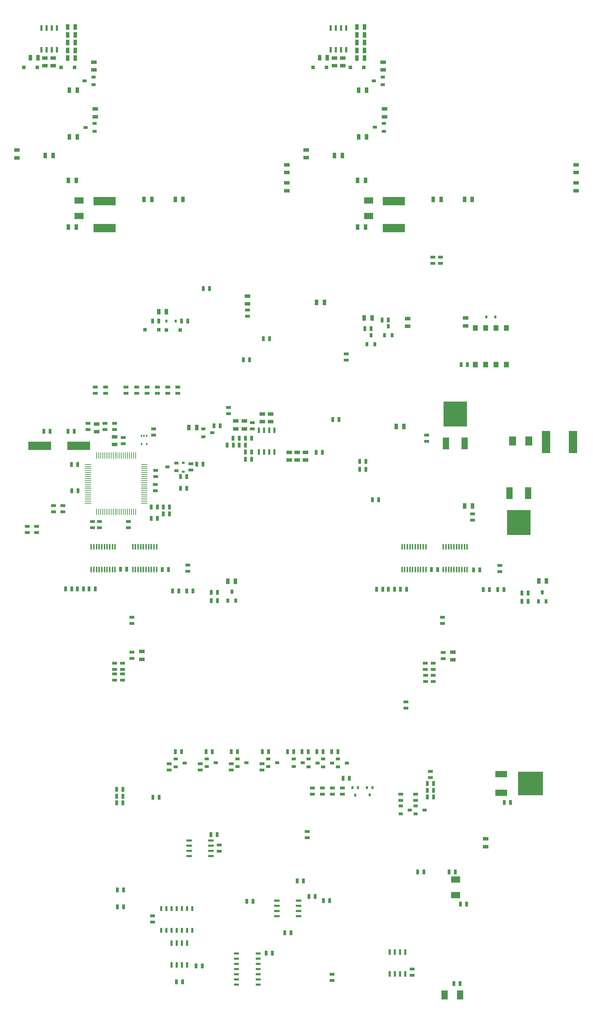
<source format=gtp>
G04 (created by PCBNEW (2013-07-07 BZR 4022)-stable) date 14/04/2014 03:28:28*
%MOIN*%
G04 Gerber Fmt 3.4, Leading zero omitted, Abs format*
%FSLAX34Y34*%
G01*
G70*
G90*
G04 APERTURE LIST*
%ADD10C,0.00590551*%
%ADD11R,0.055X0.035*%
%ADD12R,0.035X0.055*%
%ADD13R,0.0394X0.0315*%
%ADD14R,0.212598X0.0787402*%
%ADD15R,0.0866X0.063*%
%ADD16R,0.0236X0.0551*%
%ADD17R,0.0335X0.0335*%
%ADD18R,0.019685X0.0275591*%
%ADD19R,0.0551X0.0236*%
%ADD20R,0.025X0.045*%
%ADD21R,0.045X0.025*%
%ADD22R,0.02X0.045*%
%ADD23R,0.045X0.02*%
%ADD24R,0.0787402X0.212598*%
%ADD25R,0.063X0.0866*%
%ADD26R,0.0709X0.0866*%
%ADD27R,0.0165X0.0579*%
%ADD28R,0.012X0.02*%
%ADD29R,0.0110236X0.0590551*%
%ADD30R,0.0590551X0.0110236*%
%ADD31R,0.228X0.244*%
%ADD32R,0.063X0.118*%
%ADD33R,0.244X0.228*%
%ADD34R,0.118X0.063*%
%ADD35R,0.027X0.024*%
%ADD36R,0.22X0.083*%
%ADD37R,0.0315X0.0394*%
%ADD38R,0.0472441X0.0551181*%
%ADD39R,0.024X0.027*%
G04 APERTURE END LIST*
G54D10*
G54D11*
X7855Y-5135D03*
X7855Y-4385D03*
G54D12*
X5390Y-20300D03*
X6140Y-20300D03*
X5390Y-15800D03*
X6140Y-15800D03*
X5490Y-11580D03*
X6240Y-11580D03*
G54D11*
X7965Y-9645D03*
X7965Y-8895D03*
G54D12*
X5490Y-7080D03*
X6240Y-7080D03*
G54D13*
X7032Y-10670D03*
X7898Y-10295D03*
X7898Y-11045D03*
G54D14*
X8865Y-20399D03*
X8865Y-17800D03*
G54D15*
X6425Y-19208D03*
X6425Y-17712D03*
G54D12*
X16450Y-17620D03*
X15700Y-17620D03*
G54D11*
X3125Y-4725D03*
X3125Y-3975D03*
G54D12*
X12680Y-17620D03*
X13430Y-17620D03*
X6050Y-3250D03*
X5300Y-3250D03*
X1700Y-3950D03*
X2450Y-3950D03*
X5300Y-4000D03*
X6050Y-4000D03*
G54D11*
X3925Y-4725D03*
X3925Y-3975D03*
G54D12*
X3900Y-13400D03*
X3150Y-13400D03*
X5300Y-1000D03*
X6050Y-1000D03*
X5300Y-1750D03*
X6050Y-1750D03*
X5300Y-2500D03*
X6050Y-2500D03*
G54D11*
X415Y-13605D03*
X415Y-12855D03*
X26465Y-16775D03*
X26465Y-16025D03*
X26465Y-14275D03*
X26465Y-15025D03*
G54D16*
X4275Y-3200D03*
X4275Y-1100D03*
X3775Y-3200D03*
X3275Y-3200D03*
X2775Y-3200D03*
X3775Y-1100D03*
X3275Y-1100D03*
X2775Y-1100D03*
G54D17*
X5984Y-4900D03*
X4666Y-4900D03*
X1066Y-4900D03*
X2384Y-4900D03*
G54D13*
X6937Y-6190D03*
X7803Y-5815D03*
X7803Y-6565D03*
G54D18*
X32820Y-74364D03*
X33331Y-74364D03*
X33076Y-75073D03*
X34220Y-74344D03*
X34731Y-74344D03*
X34476Y-75053D03*
G54D19*
X27626Y-85238D03*
X25526Y-85238D03*
X27626Y-85738D03*
X27626Y-86238D03*
X27626Y-86738D03*
X25526Y-85738D03*
X25526Y-86238D03*
X25526Y-86738D03*
G54D20*
X28086Y-83348D03*
X27486Y-83348D03*
X30606Y-85238D03*
X30006Y-85238D03*
X26878Y-88365D03*
X26278Y-88365D03*
X10126Y-85838D03*
X10726Y-85838D03*
X10126Y-84228D03*
X10726Y-84228D03*
X22596Y-85328D03*
X23196Y-85328D03*
X29216Y-84838D03*
X28616Y-84838D03*
X15816Y-93098D03*
X16416Y-93098D03*
X25086Y-90328D03*
X24486Y-90328D03*
X18316Y-91558D03*
X17716Y-91558D03*
G54D21*
X13516Y-87318D03*
X13516Y-86718D03*
G54D22*
X14336Y-88118D03*
X14836Y-88118D03*
X15336Y-88118D03*
X15836Y-88118D03*
X16336Y-88118D03*
X16836Y-88118D03*
X17336Y-88118D03*
X17336Y-86018D03*
X16836Y-86018D03*
X16336Y-86018D03*
X15836Y-86018D03*
X15336Y-86018D03*
X14836Y-86018D03*
X14336Y-86018D03*
G54D23*
X21616Y-90338D03*
X21616Y-90838D03*
X21616Y-91338D03*
X21616Y-91838D03*
X21616Y-92338D03*
X21616Y-92838D03*
X21616Y-93338D03*
X23716Y-93338D03*
X23716Y-92838D03*
X23716Y-92338D03*
X23716Y-91838D03*
X23716Y-91338D03*
X23716Y-90838D03*
X23716Y-90338D03*
G54D16*
X16846Y-91448D03*
X16846Y-89348D03*
X16346Y-91448D03*
X15846Y-91448D03*
X15346Y-91448D03*
X16346Y-89348D03*
X15846Y-89348D03*
X15346Y-89348D03*
G54D21*
X18096Y-72638D03*
X18096Y-72038D03*
X24076Y-72648D03*
X24076Y-72048D03*
X21096Y-72638D03*
X21096Y-72038D03*
X15126Y-72648D03*
X15126Y-72048D03*
G54D13*
X16604Y-71973D03*
X15738Y-72348D03*
X15738Y-71598D03*
X19609Y-71953D03*
X18743Y-72328D03*
X18743Y-71578D03*
X22569Y-71953D03*
X21703Y-72328D03*
X21703Y-71578D03*
X25559Y-71953D03*
X24693Y-72328D03*
X24693Y-71578D03*
G54D19*
X19131Y-79438D03*
X17031Y-79438D03*
X19131Y-79938D03*
X19131Y-80438D03*
X19131Y-80938D03*
X17031Y-79938D03*
X17031Y-80438D03*
X17031Y-80938D03*
G54D20*
X19731Y-78888D03*
X19131Y-78888D03*
G54D21*
X28436Y-78588D03*
X28436Y-79188D03*
X19931Y-80488D03*
X19931Y-79888D03*
G54D24*
X54107Y-41008D03*
X51508Y-41008D03*
G54D11*
X28292Y-42017D03*
X28292Y-42767D03*
G54D12*
X44401Y-47203D03*
X43651Y-47203D03*
G54D11*
X9856Y-40518D03*
X9856Y-41268D03*
X45676Y-79303D03*
X45676Y-80053D03*
X42496Y-61278D03*
X42496Y-62028D03*
X12491Y-61223D03*
X12491Y-61973D03*
G54D12*
X37791Y-39518D03*
X37041Y-39518D03*
X20766Y-54438D03*
X21516Y-54438D03*
G54D11*
X8096Y-40028D03*
X8096Y-39278D03*
X24894Y-38307D03*
X24894Y-39057D03*
X24107Y-39057D03*
X24107Y-38307D03*
G54D12*
X50806Y-54433D03*
X51556Y-54433D03*
G54D21*
X8916Y-39823D03*
X8916Y-39223D03*
X13791Y-45728D03*
X13791Y-45128D03*
G54D20*
X6316Y-45723D03*
X5716Y-45723D03*
X20051Y-39438D03*
X19451Y-39438D03*
X29303Y-42014D03*
X29903Y-42014D03*
G54D21*
X7271Y-39828D03*
X7271Y-39228D03*
X10676Y-41193D03*
X10676Y-40593D03*
X11166Y-48693D03*
X11166Y-49293D03*
X13796Y-44348D03*
X13796Y-43748D03*
G54D20*
X13371Y-48388D03*
X13971Y-48388D03*
X13381Y-47278D03*
X13981Y-47278D03*
X16821Y-44358D03*
X16221Y-44358D03*
X16816Y-45473D03*
X16216Y-45473D03*
G54D21*
X3936Y-47743D03*
X3936Y-47143D03*
X4846Y-47743D03*
X4846Y-47143D03*
X13601Y-40353D03*
X13601Y-39753D03*
X9856Y-39813D03*
X9856Y-39213D03*
G54D20*
X21876Y-41313D03*
X22476Y-41313D03*
G54D21*
X37486Y-75578D03*
X37486Y-74978D03*
X38916Y-75578D03*
X38916Y-74978D03*
G54D20*
X43856Y-85598D03*
X43256Y-85598D03*
X42616Y-93248D03*
X43216Y-93248D03*
G54D21*
X37960Y-66693D03*
X37960Y-66093D03*
G54D20*
X35336Y-46583D03*
X34736Y-46583D03*
X31526Y-38858D03*
X30926Y-38858D03*
G54D21*
X20846Y-37687D03*
X20846Y-38287D03*
G54D20*
X47486Y-75798D03*
X48086Y-75798D03*
G54D21*
X39984Y-40352D03*
X39984Y-40952D03*
X44416Y-47943D03*
X44416Y-48543D03*
G54D20*
X22466Y-41983D03*
X23066Y-41983D03*
X22466Y-40643D03*
X23066Y-40643D03*
X15131Y-47273D03*
X14531Y-47273D03*
X14531Y-47958D03*
X15131Y-47958D03*
X34116Y-43668D03*
X33516Y-43668D03*
X33516Y-42878D03*
X34116Y-42878D03*
X6291Y-43173D03*
X5691Y-43173D03*
G54D21*
X23156Y-39143D03*
X23156Y-39743D03*
X47036Y-52923D03*
X47036Y-53523D03*
X11511Y-58523D03*
X11511Y-57923D03*
X1424Y-49753D03*
X1424Y-49153D03*
X2318Y-49751D03*
X2318Y-49151D03*
G54D20*
X10646Y-75833D03*
X10046Y-75833D03*
X10646Y-75178D03*
X10046Y-75178D03*
X10646Y-74528D03*
X10046Y-74528D03*
X40636Y-75268D03*
X40036Y-75268D03*
X40636Y-74618D03*
X40036Y-74618D03*
X40636Y-73968D03*
X40036Y-73968D03*
X49786Y-56388D03*
X49186Y-56388D03*
X49186Y-55573D03*
X49786Y-55573D03*
X35745Y-55221D03*
X35145Y-55221D03*
X36287Y-55221D03*
X36887Y-55221D03*
X38029Y-55221D03*
X37429Y-55221D03*
X45444Y-55257D03*
X46044Y-55257D03*
X47428Y-55259D03*
X46828Y-55259D03*
X40446Y-53333D03*
X41046Y-53333D03*
X44506Y-53338D03*
X45106Y-53338D03*
X19791Y-56333D03*
X19191Y-56333D03*
X19181Y-55528D03*
X19781Y-55528D03*
X5706Y-55181D03*
X5106Y-55181D03*
X6248Y-55181D03*
X6848Y-55181D03*
X7989Y-55181D03*
X7389Y-55181D03*
G54D21*
X16896Y-52878D03*
X16896Y-53478D03*
G54D20*
X17424Y-55373D03*
X16824Y-55373D03*
X15442Y-55373D03*
X16042Y-55373D03*
X14437Y-53331D03*
X15037Y-53331D03*
X10416Y-53293D03*
X11016Y-53293D03*
G54D21*
X9849Y-62957D03*
X9849Y-62357D03*
G54D20*
X2996Y-40003D03*
X3596Y-40003D03*
X5946Y-40003D03*
X5346Y-40003D03*
G54D21*
X7965Y-35708D03*
X7965Y-36308D03*
X8988Y-35708D03*
X8988Y-36308D03*
X11981Y-35708D03*
X11981Y-36308D03*
X12965Y-35708D03*
X12965Y-36308D03*
X10957Y-35708D03*
X10957Y-36308D03*
X13988Y-35708D03*
X13988Y-36308D03*
X14973Y-35708D03*
X14973Y-36308D03*
X15957Y-35708D03*
X15957Y-36308D03*
X41566Y-61313D03*
X41566Y-61913D03*
X40596Y-63523D03*
X40596Y-64123D03*
X40596Y-62943D03*
X40596Y-62343D03*
X39866Y-63523D03*
X39866Y-64123D03*
X9849Y-63399D03*
X9849Y-63999D03*
X10597Y-62957D03*
X10597Y-62357D03*
X10597Y-63399D03*
X10597Y-63999D03*
X11526Y-61293D03*
X11526Y-61893D03*
X41517Y-58523D03*
X41517Y-57923D03*
X39856Y-62953D03*
X39856Y-62353D03*
G54D15*
X42776Y-83210D03*
X42776Y-84706D03*
G54D25*
X41718Y-94368D03*
X43214Y-94368D03*
G54D26*
X49846Y-40913D03*
X48266Y-40913D03*
G54D27*
X42869Y-51131D03*
X42613Y-51131D03*
X42357Y-51131D03*
X42101Y-51131D03*
X43633Y-53333D03*
X43637Y-51131D03*
X43381Y-51131D03*
X43125Y-51131D03*
X41845Y-53335D03*
X42101Y-53335D03*
X42357Y-53335D03*
X42613Y-53335D03*
X42869Y-53335D03*
X43125Y-53335D03*
X41845Y-51131D03*
X43381Y-53333D03*
X43893Y-51131D03*
X41589Y-51131D03*
X41589Y-53335D03*
X43893Y-53335D03*
X38874Y-51121D03*
X38618Y-51121D03*
X38362Y-51121D03*
X38106Y-51121D03*
X39638Y-53323D03*
X39642Y-51121D03*
X39386Y-51121D03*
X39130Y-51121D03*
X37850Y-53325D03*
X38106Y-53325D03*
X38362Y-53325D03*
X38618Y-53325D03*
X38874Y-53325D03*
X39130Y-53325D03*
X37850Y-51121D03*
X39386Y-53323D03*
X39898Y-51121D03*
X37594Y-51121D03*
X37594Y-53325D03*
X39898Y-53325D03*
G54D28*
X12939Y-40411D03*
X12439Y-40411D03*
X12939Y-41211D03*
X12689Y-40411D03*
X12439Y-41211D03*
G54D21*
X8366Y-48683D03*
X8366Y-49283D03*
G54D29*
X11863Y-42327D03*
X11666Y-42327D03*
X11469Y-42327D03*
X11273Y-42327D03*
X11076Y-42327D03*
X10879Y-42327D03*
X10682Y-42327D03*
X10485Y-42327D03*
X10288Y-42327D03*
X10091Y-42327D03*
X9895Y-42327D03*
X9698Y-42327D03*
X9501Y-42327D03*
X9304Y-42327D03*
X9107Y-42327D03*
X8910Y-42327D03*
X8713Y-42327D03*
X8517Y-42327D03*
X8320Y-42327D03*
X8123Y-42327D03*
G54D30*
X7276Y-43173D03*
X7276Y-43370D03*
X7276Y-43567D03*
X7276Y-43764D03*
X7276Y-43961D03*
X7276Y-44158D03*
X7276Y-44354D03*
X7276Y-44551D03*
X7276Y-44748D03*
X7276Y-44945D03*
X7276Y-45142D03*
X7276Y-45339D03*
X7276Y-45536D03*
X7276Y-45732D03*
X7276Y-45929D03*
X7276Y-46126D03*
X7276Y-46323D03*
X7276Y-46520D03*
X7276Y-46717D03*
X7276Y-46914D03*
G54D29*
X8123Y-47760D03*
X8320Y-47760D03*
X8517Y-47760D03*
X8713Y-47760D03*
X8910Y-47760D03*
X9107Y-47760D03*
X9304Y-47760D03*
X9501Y-47760D03*
X9698Y-47760D03*
X9895Y-47760D03*
X10091Y-47760D03*
X10288Y-47760D03*
X10485Y-47760D03*
X10682Y-47760D03*
X10879Y-47760D03*
X11076Y-47760D03*
X11273Y-47760D03*
X11469Y-47760D03*
X11666Y-47760D03*
X11863Y-47760D03*
G54D30*
X12710Y-46914D03*
X12710Y-46717D03*
X12710Y-46520D03*
X12710Y-46323D03*
X12710Y-46126D03*
X12710Y-45929D03*
X12710Y-45732D03*
X12710Y-45536D03*
X12710Y-45339D03*
X12710Y-45142D03*
X12710Y-44945D03*
X12710Y-44748D03*
X12710Y-44551D03*
X12710Y-44354D03*
X12710Y-44158D03*
X12710Y-43961D03*
X12710Y-43764D03*
X12710Y-43567D03*
X12710Y-43370D03*
X12710Y-43173D03*
G54D31*
X48862Y-48793D03*
G54D32*
X49762Y-45963D03*
X47962Y-45963D03*
G54D31*
X42736Y-38333D03*
G54D32*
X41836Y-41163D03*
X43636Y-41163D03*
G54D33*
X49994Y-73953D03*
G54D34*
X47164Y-73053D03*
X47164Y-74853D03*
G54D27*
X8864Y-51131D03*
X8608Y-51131D03*
X8352Y-51131D03*
X8096Y-51131D03*
X9628Y-53333D03*
X9632Y-51131D03*
X9376Y-51131D03*
X9120Y-51131D03*
X7840Y-53335D03*
X8096Y-53335D03*
X8352Y-53335D03*
X8608Y-53335D03*
X8864Y-53335D03*
X9120Y-53335D03*
X7840Y-51131D03*
X9376Y-53333D03*
X9888Y-51131D03*
X7584Y-51131D03*
X7584Y-53335D03*
X9888Y-53335D03*
X12876Y-51127D03*
X12620Y-51127D03*
X12364Y-51127D03*
X12108Y-51127D03*
X13640Y-53329D03*
X13644Y-51127D03*
X13388Y-51127D03*
X13132Y-51127D03*
X11852Y-53331D03*
X12108Y-53331D03*
X12364Y-53331D03*
X12620Y-53331D03*
X12876Y-53331D03*
X13132Y-53331D03*
X11852Y-51127D03*
X13388Y-53329D03*
X13900Y-51127D03*
X11596Y-51127D03*
X11596Y-53331D03*
X13900Y-53331D03*
G54D13*
X14948Y-43418D03*
X15814Y-43043D03*
X15814Y-43793D03*
G54D20*
X18391Y-43153D03*
X17791Y-43153D03*
G54D21*
X17221Y-43128D03*
X17221Y-43728D03*
G54D35*
X16491Y-43008D03*
X16491Y-43888D03*
G54D36*
X2626Y-41403D03*
X6366Y-41403D03*
G54D12*
X17771Y-39608D03*
X17021Y-39608D03*
G54D16*
X23766Y-39883D03*
X23766Y-41983D03*
X24266Y-39883D03*
X24766Y-39883D03*
X25266Y-39883D03*
X24266Y-41983D03*
X24766Y-41983D03*
X25266Y-41983D03*
G54D11*
X22376Y-38998D03*
X22376Y-39748D03*
X21556Y-38993D03*
X21556Y-39743D03*
G54D20*
X20726Y-41313D03*
X21326Y-41313D03*
X23066Y-42693D03*
X22466Y-42693D03*
X21286Y-40643D03*
X21886Y-40643D03*
G54D21*
X7716Y-49283D03*
X7716Y-48683D03*
G54D11*
X26696Y-42768D03*
X26696Y-42018D03*
G54D13*
X19289Y-40133D03*
X18423Y-40508D03*
X18423Y-39758D03*
G54D20*
X13539Y-75283D03*
X14139Y-75283D03*
G54D21*
X40346Y-72798D03*
X40346Y-73398D03*
G54D13*
X39779Y-76508D03*
X38913Y-76883D03*
X38913Y-76133D03*
X38359Y-76508D03*
X37493Y-76883D03*
X37493Y-76133D03*
G54D37*
X21166Y-55465D03*
X21541Y-56331D03*
X20791Y-56331D03*
X51146Y-55520D03*
X51521Y-56386D03*
X50771Y-56386D03*
G54D11*
X27484Y-42768D03*
X27484Y-42018D03*
G54D13*
X32269Y-71978D03*
X31403Y-72353D03*
X31403Y-71603D03*
X30849Y-71978D03*
X29983Y-72353D03*
X29983Y-71603D03*
X29429Y-71978D03*
X28563Y-72353D03*
X28563Y-71603D03*
X28009Y-71958D03*
X27143Y-72333D03*
X27143Y-71583D03*
G54D21*
X30846Y-92958D03*
X30846Y-92358D03*
X29916Y-74398D03*
X29916Y-74998D03*
X28956Y-74398D03*
X28956Y-74998D03*
X30876Y-74398D03*
X30876Y-74998D03*
X31836Y-74398D03*
X31836Y-74998D03*
G54D16*
X37906Y-92308D03*
X37906Y-90208D03*
X37406Y-92308D03*
X36906Y-92308D03*
X36406Y-92308D03*
X37406Y-90208D03*
X36906Y-90208D03*
X36406Y-90208D03*
G54D21*
X38576Y-91838D03*
X38576Y-92438D03*
G54D20*
X39096Y-82478D03*
X39696Y-82478D03*
X42736Y-82478D03*
X42136Y-82478D03*
X32516Y-73468D03*
X31916Y-73468D03*
X30796Y-70903D03*
X31396Y-70903D03*
X29371Y-70903D03*
X29971Y-70903D03*
X27946Y-70903D03*
X28546Y-70903D03*
X26546Y-70903D03*
X27146Y-70903D03*
X24096Y-70903D03*
X24696Y-70903D03*
X21096Y-70903D03*
X21696Y-70903D03*
X19271Y-70903D03*
X18671Y-70903D03*
X16296Y-70903D03*
X15696Y-70903D03*
G54D37*
X36275Y-29856D03*
X36650Y-30722D03*
X35900Y-30722D03*
G54D17*
X12786Y-30199D03*
X14104Y-30199D03*
X16164Y-30214D03*
X14846Y-30214D03*
G54D20*
X24220Y-31049D03*
X24820Y-31049D03*
G54D21*
X40585Y-23199D03*
X40585Y-23799D03*
G54D20*
X43905Y-33544D03*
X43305Y-33544D03*
X18415Y-26204D03*
X19015Y-26204D03*
X34600Y-30089D03*
X34000Y-30089D03*
G54D21*
X41310Y-23199D03*
X41310Y-23799D03*
G54D20*
X36275Y-29239D03*
X35675Y-29239D03*
G54D21*
X32215Y-32524D03*
X32215Y-33124D03*
G54D20*
X16320Y-29339D03*
X16920Y-29339D03*
X13500Y-29339D03*
X14100Y-29339D03*
X22875Y-33089D03*
X22275Y-33089D03*
G54D12*
X34700Y-29064D03*
X33950Y-29064D03*
G54D11*
X38150Y-29114D03*
X38150Y-29864D03*
X43750Y-29064D03*
X43750Y-29814D03*
G54D12*
X14845Y-28459D03*
X14095Y-28459D03*
G54D38*
X47675Y-30017D03*
X46675Y-30017D03*
X45675Y-30017D03*
X44675Y-30017D03*
X47675Y-33560D03*
X46675Y-33560D03*
X45675Y-33560D03*
X44675Y-33560D03*
G54D39*
X15730Y-29339D03*
X14850Y-29339D03*
X45735Y-28964D03*
X46615Y-28964D03*
G54D37*
X34600Y-30706D03*
X34975Y-31572D03*
X34225Y-31572D03*
G54D21*
X22675Y-28889D03*
X22675Y-28289D03*
G54D11*
X22675Y-27689D03*
X22675Y-26939D03*
G54D12*
X30100Y-27564D03*
X29350Y-27564D03*
G54D13*
X34873Y-6186D03*
X35739Y-5811D03*
X35739Y-6561D03*
G54D17*
X29002Y-4896D03*
X30320Y-4896D03*
X33920Y-4896D03*
X32602Y-4896D03*
G54D16*
X32211Y-3196D03*
X32211Y-1096D03*
X31711Y-3196D03*
X31211Y-3196D03*
X30711Y-3196D03*
X31711Y-1096D03*
X31211Y-1096D03*
X30711Y-1096D03*
G54D11*
X54401Y-14271D03*
X54401Y-15021D03*
X54401Y-16771D03*
X54401Y-16021D03*
X28351Y-13601D03*
X28351Y-12851D03*
G54D12*
X33236Y-2496D03*
X33986Y-2496D03*
X33236Y-1746D03*
X33986Y-1746D03*
X33236Y-996D03*
X33986Y-996D03*
X31836Y-13396D03*
X31086Y-13396D03*
G54D11*
X31861Y-4721D03*
X31861Y-3971D03*
G54D12*
X33236Y-3996D03*
X33986Y-3996D03*
X29636Y-3946D03*
X30386Y-3946D03*
X33986Y-3246D03*
X33236Y-3246D03*
X40616Y-17616D03*
X41366Y-17616D03*
G54D11*
X31061Y-4721D03*
X31061Y-3971D03*
G54D12*
X44386Y-17616D03*
X43636Y-17616D03*
G54D15*
X34361Y-19204D03*
X34361Y-17708D03*
G54D14*
X36801Y-20395D03*
X36801Y-17797D03*
G54D13*
X34968Y-10666D03*
X35834Y-10291D03*
X35834Y-11041D03*
G54D12*
X33426Y-7076D03*
X34176Y-7076D03*
G54D11*
X35901Y-9641D03*
X35901Y-8891D03*
G54D12*
X33426Y-11576D03*
X34176Y-11576D03*
X33326Y-15796D03*
X34076Y-15796D03*
X33326Y-20296D03*
X34076Y-20296D03*
G54D11*
X35791Y-5131D03*
X35791Y-4381D03*
M02*

</source>
